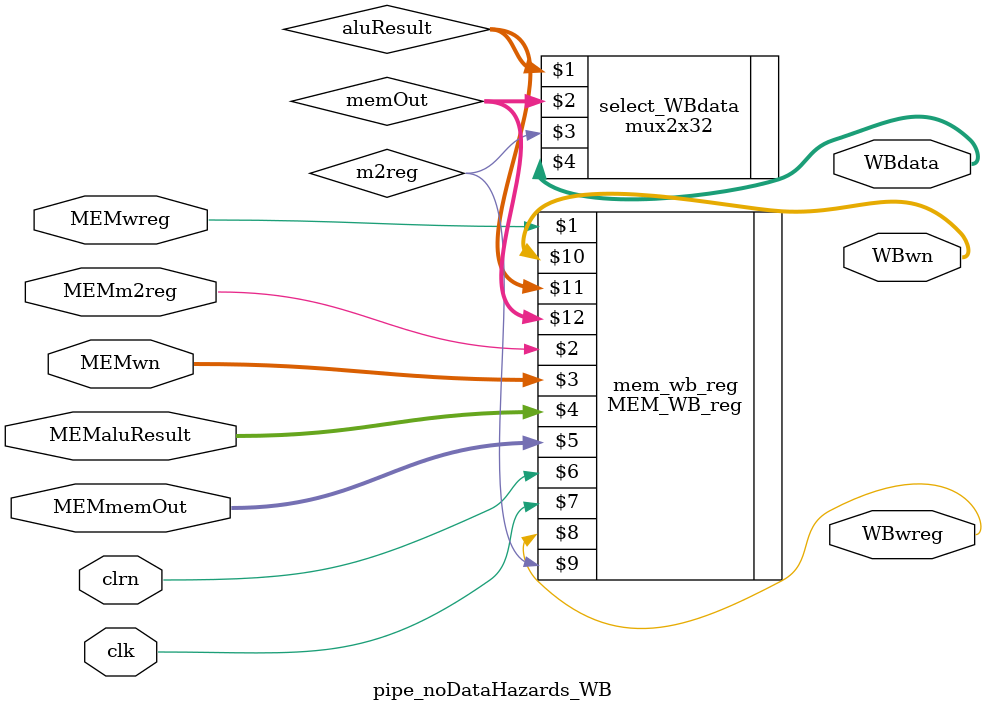
<source format=v>
`timescale 1ns / 1ps
module pipe_noDataHazards_WB(MEMwreg,MEMm2reg,MEMwn,MEMaluResult,MEMmemOut,clk,clrn,
									  WBwreg,WBwn,WBdata
    );
	 input MEMwreg,MEMm2reg;
	 input [4:0] MEMwn;
	 input [31:0] MEMaluResult,MEMmemOut;
	 input clk,clrn;
	 
	 output WBwreg;
	 output [4:0] WBwn;
	 output [31:0] WBdata;
	 
	 wire m2reg;
	 wire [4:0] wn;
	 wire [31:0] aluResult,memOut;
	 MEM_WB_reg mem_wb_reg(MEMwreg,MEMm2reg,MEMwn,MEMaluResult,MEMmemOut,clrn,clk,
									WBwreg,m2reg,WBwn,aluResult,memOut);
	 mux2x32 select_WBdata(aluResult,memOut,m2reg,WBdata);
endmodule

</source>
